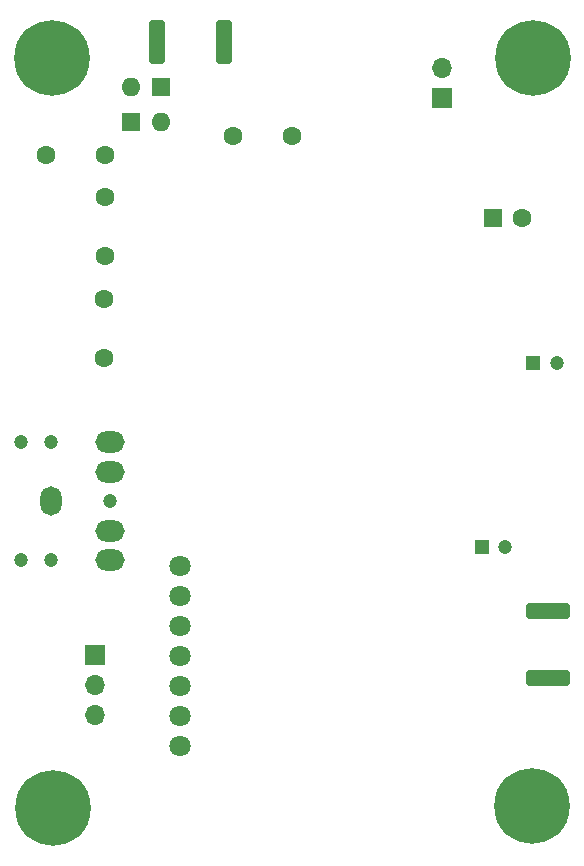
<source format=gbr>
%TF.GenerationSoftware,KiCad,Pcbnew,8.0.3-unknown-202406112021~03dd6c7a8e~ubuntu22.04.1*%
%TF.CreationDate,2024-06-13T18:15:46+05:30*%
%TF.ProjectId,SDR-Board,5344522d-426f-4617-9264-2e6b69636164,rev?*%
%TF.SameCoordinates,Original*%
%TF.FileFunction,Soldermask,Bot*%
%TF.FilePolarity,Negative*%
%FSLAX46Y46*%
G04 Gerber Fmt 4.6, Leading zero omitted, Abs format (unit mm)*
G04 Created by KiCad (PCBNEW 8.0.3-unknown-202406112021~03dd6c7a8e~ubuntu22.04.1) date 2024-06-13 18:15:46*
%MOMM*%
%LPD*%
G01*
G04 APERTURE LIST*
G04 Aperture macros list*
%AMRoundRect*
0 Rectangle with rounded corners*
0 $1 Rounding radius*
0 $2 $3 $4 $5 $6 $7 $8 $9 X,Y pos of 4 corners*
0 Add a 4 corners polygon primitive as box body*
4,1,4,$2,$3,$4,$5,$6,$7,$8,$9,$2,$3,0*
0 Add four circle primitives for the rounded corners*
1,1,$1+$1,$2,$3*
1,1,$1+$1,$4,$5*
1,1,$1+$1,$6,$7*
1,1,$1+$1,$8,$9*
0 Add four rect primitives between the rounded corners*
20,1,$1+$1,$2,$3,$4,$5,0*
20,1,$1+$1,$4,$5,$6,$7,0*
20,1,$1+$1,$6,$7,$8,$9,0*
20,1,$1+$1,$8,$9,$2,$3,0*%
G04 Aperture macros list end*
%ADD10C,1.600000*%
%ADD11C,0.800000*%
%ADD12C,6.400000*%
%ADD13C,1.200000*%
%ADD14O,2.500000X1.800000*%
%ADD15O,1.800000X2.500000*%
%ADD16C,1.800000*%
%ADD17RoundRect,0.250000X0.425000X1.600000X-0.425000X1.600000X-0.425000X-1.600000X0.425000X-1.600000X0*%
%ADD18R,1.600000X1.600000*%
%ADD19O,1.600000X1.600000*%
%ADD20R,1.200000X1.200000*%
%ADD21R,1.700000X1.700000*%
%ADD22O,1.700000X1.700000*%
%ADD23RoundRect,0.250000X1.600000X-0.425000X1.600000X0.425000X-1.600000X0.425000X-1.600000X-0.425000X0*%
G04 APERTURE END LIST*
D10*
%TO.C,C5*%
X97010000Y-65570000D03*
X102010000Y-65570000D03*
%TD*%
D11*
%TO.C,H4*%
X135790000Y-120660000D03*
X136492944Y-118962944D03*
X136492944Y-122357056D03*
X138190000Y-118260000D03*
D12*
X138190000Y-120660000D03*
D11*
X138190000Y-123060000D03*
X139887056Y-118962944D03*
X139887056Y-122357056D03*
X140590000Y-120660000D03*
%TD*%
D13*
%TO.C,J3*%
X94920000Y-89860000D03*
X94920000Y-99860000D03*
X97420000Y-89860000D03*
X97420000Y-99860000D03*
X102420000Y-94860000D03*
D14*
X102420000Y-89860000D03*
X102420000Y-92360000D03*
D15*
X97420000Y-94860000D03*
D14*
X102420000Y-99860000D03*
X102420000Y-97360000D03*
%TD*%
D16*
%TO.C,U1*%
X108406800Y-115540000D03*
X108406800Y-113000000D03*
X108406800Y-110460000D03*
X108406800Y-107920000D03*
X108406800Y-105380000D03*
X108406800Y-102840000D03*
X108406800Y-100300000D03*
%TD*%
D10*
%TO.C,C7*%
X101920000Y-82710000D03*
X101920000Y-77710000D03*
%TD*%
D17*
%TO.C,RX1*%
X106415000Y-55982500D03*
X112065000Y-55982500D03*
%TD*%
D18*
%TO.C,D3*%
X104244315Y-62750000D03*
D19*
X106784315Y-62750000D03*
%TD*%
D18*
%TO.C,C8*%
X134870000Y-70900000D03*
D10*
X137370000Y-70900000D03*
%TD*%
D11*
%TO.C,H2*%
X95150000Y-57360000D03*
X95852944Y-55662944D03*
X95852944Y-59057056D03*
X97550000Y-54960000D03*
D12*
X97550000Y-57360000D03*
D11*
X97550000Y-59760000D03*
X99247056Y-55662944D03*
X99247056Y-59057056D03*
X99950000Y-57360000D03*
%TD*%
D20*
%TO.C,C15*%
X133940000Y-98770000D03*
D13*
X135940000Y-98770000D03*
%TD*%
D21*
%TO.C,J1*%
X101150000Y-107900000D03*
D22*
X101150000Y-110440000D03*
X101150000Y-112980000D03*
%TD*%
D10*
%TO.C,C6*%
X117840000Y-63900000D03*
X112840000Y-63900000D03*
%TD*%
D23*
%TO.C,TX1*%
X139500000Y-104175000D03*
X139500000Y-109825000D03*
%TD*%
D11*
%TO.C,H1*%
X135852944Y-57342944D03*
X136555888Y-55645888D03*
X136555888Y-59040000D03*
X138252944Y-54942944D03*
D12*
X138252944Y-57342944D03*
D11*
X138252944Y-59742944D03*
X139950000Y-55645888D03*
X139950000Y-59040000D03*
X140652944Y-57342944D03*
%TD*%
D18*
%TO.C,D2*%
X106781370Y-59770000D03*
D19*
X104241370Y-59770000D03*
%TD*%
D20*
%TO.C,C13*%
X138290000Y-83190000D03*
D13*
X140290000Y-83190000D03*
%TD*%
D21*
%TO.C,J2*%
X130530000Y-60725000D03*
D22*
X130530000Y-58185000D03*
%TD*%
D11*
%TO.C,H3*%
X95220000Y-120790000D03*
X95922944Y-119092944D03*
X95922944Y-122487056D03*
X97620000Y-118390000D03*
D12*
X97620000Y-120790000D03*
D11*
X97620000Y-123190000D03*
X99317056Y-119092944D03*
X99317056Y-122487056D03*
X100020000Y-120790000D03*
%TD*%
D10*
%TO.C,C4*%
X102000000Y-74070000D03*
X102000000Y-69070000D03*
%TD*%
M02*

</source>
